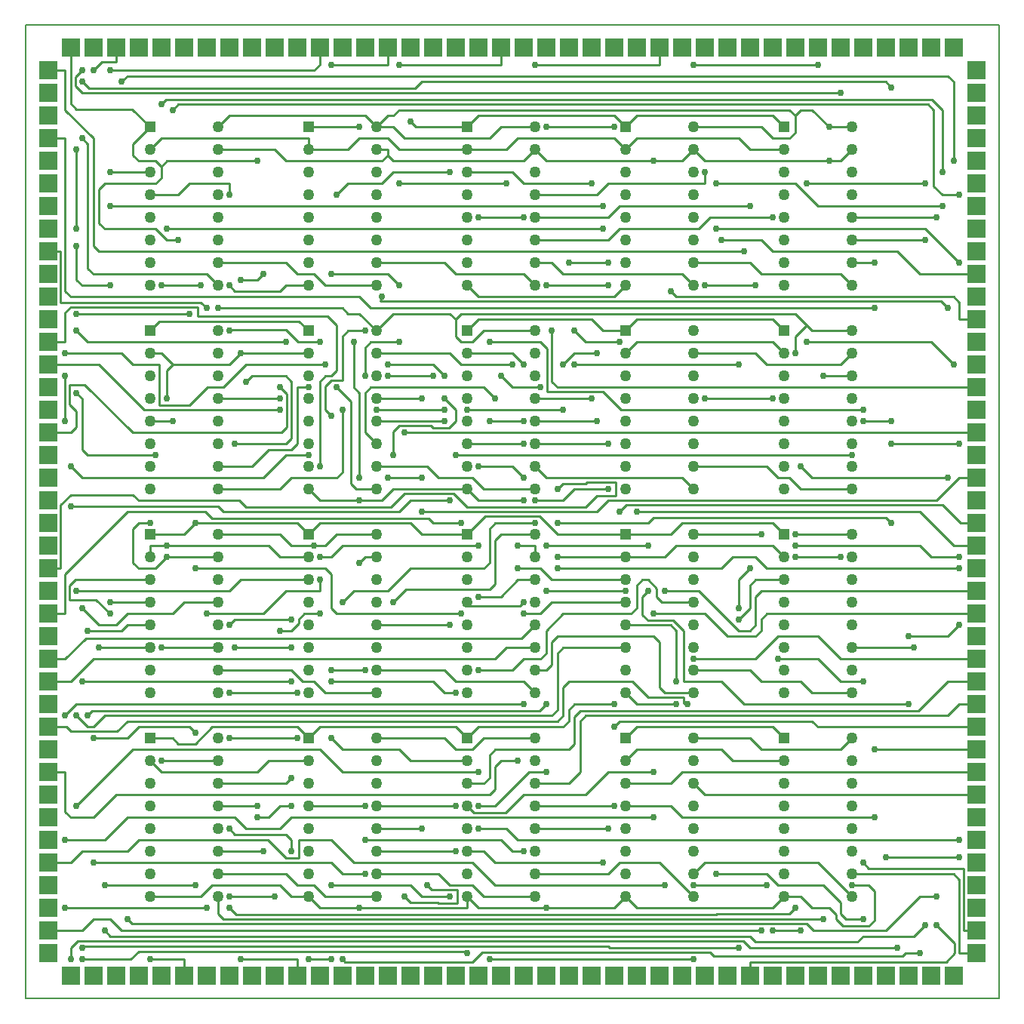
<source format=gbr>
G04 PROTEUS GERBER X2 FILE*
%TF.GenerationSoftware,Labcenter,Proteus,8.13-SP0-Build31525*%
%TF.CreationDate,2022-07-18T17:11:33+00:00*%
%TF.FileFunction,Copper,L1,Top*%
%TF.FilePolarity,Positive*%
%TF.Part,Single*%
%TF.SameCoordinates,{576ea621-ad59-411c-95cb-525281b3a317}*%
%FSLAX45Y45*%
%MOMM*%
G01*
%TA.AperFunction,Conductor*%
%ADD10C,0.254000*%
%TA.AperFunction,ViaPad*%
%ADD11C,0.762000*%
%TA.AperFunction,ComponentPad*%
%ADD12R,2.032000X2.032000*%
%TA.AperFunction,ComponentPad*%
%ADD13R,1.270000X1.270000*%
%ADD14C,1.270000*%
%TA.AperFunction,Profile*%
%ADD15C,0.203200*%
%TD.AperFunction*%
D10*
X-1968500Y+3302000D02*
X-1841500Y+3429000D01*
X-1460500Y+3429000D01*
X-1333500Y+3556000D01*
X-698500Y+3556000D01*
X-1270000Y+4762500D02*
X-127000Y+4762500D01*
X-127000Y+4953000D01*
X-3175000Y+3302000D02*
X-3175000Y+3429000D01*
X-3619500Y+3429000D01*
X-3746500Y+3302000D01*
X-4064000Y+3302000D01*
X-4508500Y+4699000D02*
X-2222500Y+4699000D01*
X-2159000Y+4762500D01*
X-2159000Y+4953000D01*
X-4508500Y+3556000D02*
X-4064000Y+3556000D01*
X-2032000Y+4762500D02*
X-1397000Y+4762500D01*
X-1397000Y+4953000D01*
X+4508500Y-1778000D02*
X+3810000Y-1778000D01*
X-3175000Y-4699000D02*
X-3098800Y-4775200D01*
X+2286000Y-4775200D01*
X+2298700Y-4762500D01*
X+3111500Y-4762500D01*
X+3175000Y-4699000D01*
X-5016500Y-4699000D02*
X-3429000Y-4699000D01*
X+2794000Y-4953000D02*
X-4381500Y-4953000D01*
X-4508500Y-4826000D01*
X-4699000Y-4826000D01*
X-4826000Y-4953000D01*
X-5207000Y-4953000D01*
X+2540000Y-1460500D02*
X+2667000Y-1333500D01*
X+2667000Y-1079500D01*
X+2730500Y-1016000D01*
X+3048000Y-1016000D01*
X-4826000Y-5143500D02*
X-4806950Y-5124450D01*
X+1079500Y-5124450D01*
X+1098550Y-5143500D01*
X+2540000Y-5143500D01*
X+2667000Y+3175000D02*
X+1206500Y+3175000D01*
X+1079500Y+3048000D01*
X+254000Y+3048000D01*
X+2921000Y+3048000D02*
X+2222500Y+3048000D01*
X+2095500Y+2921000D01*
X+1206500Y+2921000D01*
X+1079500Y+2794000D01*
X+254000Y+2794000D01*
X-1270000Y+3429000D02*
X-63500Y+3429000D01*
X-381000Y+3048000D02*
X+127000Y+3048000D01*
X+254000Y+4762500D02*
X+1651000Y+4762500D01*
X+1651000Y+4953000D01*
X+889000Y+3429000D02*
X+127000Y+3429000D01*
X+0Y+3556000D01*
X-508000Y+3556000D01*
X+381000Y+4064000D02*
X+1143000Y+4064000D01*
X+2159000Y+3556000D02*
X+2159000Y+3429000D01*
X+1079500Y+3429000D01*
X+952500Y+3302000D01*
X+254000Y+3302000D01*
X-4953000Y-5270500D02*
X-4953000Y-5143500D01*
X-4876800Y-5067300D01*
X+2590800Y-5067300D01*
X+2667000Y-5143500D01*
X+4318000Y-5143500D01*
X-3048000Y-5270500D02*
X-2413000Y-5270500D01*
X-2413000Y-5461000D01*
X-3175000Y-3810000D02*
X-3111500Y-3873500D01*
X-2540000Y-3873500D01*
X-2476500Y-3937000D01*
X-2476500Y-4064000D01*
X-2476500Y-1778000D02*
X-3111500Y-1778000D01*
X-3175000Y-1524000D02*
X-3111500Y-1460500D01*
X-2476500Y-1460500D01*
X-2603500Y-1587500D02*
X-2476500Y-1587500D01*
X-2393950Y-1504950D01*
X-2393950Y-1460500D01*
X-2330450Y-1397000D01*
X-2159000Y-1397000D01*
X-2032000Y-5270500D02*
X-2286000Y-5270500D01*
X-1651000Y+1270000D02*
X-1651000Y+1587500D01*
X-1587500Y+1651000D01*
X-1270000Y+1651000D01*
X+1016000Y+3175000D02*
X-4508500Y+3175000D01*
X+3429000Y+4762500D02*
X+2032000Y+4762500D01*
X+4762500Y+3048000D02*
X+3810000Y+3048000D01*
X-4318000Y-4826000D02*
X-4267200Y-4876800D01*
X+3302000Y-4876800D01*
X+3378200Y-4953000D01*
X+4199145Y-4953000D01*
X+4580145Y-4572000D01*
X+4762500Y-4572000D01*
X+4635500Y+2794000D02*
X+3810000Y+2794000D01*
X-4572000Y-4953000D02*
X-4508500Y-5016500D01*
X+2667000Y-5016500D01*
X+2730500Y-5080000D01*
X+3873500Y-5080000D01*
X+3937000Y-5016500D01*
X+4508500Y-5016500D01*
X+4635500Y-4889500D01*
X-4064000Y-5270500D02*
X-3683000Y-5270500D01*
X-3683000Y-5461000D01*
X-3810000Y+762000D02*
X-4064000Y+762000D01*
X-2603500Y+1016000D02*
X-3302000Y+1016000D01*
X-952500Y-4445000D02*
X-901700Y-4495800D01*
X-615950Y-4495800D01*
X-615950Y-4648200D01*
X-825500Y-4648200D01*
X-838200Y-4635500D01*
X-1143000Y-4635500D01*
X-1206500Y-4572000D01*
X-1397000Y+1270000D02*
X-889000Y+1270000D01*
X-1016000Y+1016000D02*
X-1524000Y+1016000D01*
X-762000Y+762000D02*
X-1524000Y+762000D01*
X-190500Y+1016000D02*
X-317500Y+1143000D01*
X-1587500Y+1143000D01*
X-1651000Y+1079500D01*
X-1651000Y+635000D01*
X-1524000Y+508000D01*
X+127000Y+508000D02*
X-508000Y+508000D01*
X-254000Y+762000D02*
X+127000Y+762000D01*
X-508000Y+889000D02*
X+571500Y+889000D01*
X-127000Y+1270000D02*
X+0Y+1143000D01*
X+317500Y+1143000D01*
X+3238500Y-4953000D02*
X+2921000Y-4953000D01*
X+3937000Y-4826000D02*
X+3746500Y-4826000D01*
X+3683000Y-4762500D01*
X+3683000Y-4635500D01*
X+3492500Y-4445000D01*
X+2984500Y-4445000D01*
X+2857500Y-4318000D01*
X+2286000Y-4318000D01*
X+3238500Y+254000D02*
X+3365500Y+127000D01*
X+4889500Y+127000D01*
X+4191000Y-4127500D02*
X+5016500Y-4127500D01*
X+889000Y+1016000D02*
X+254000Y+1016000D01*
X+952500Y+762000D02*
X+254000Y+762000D01*
X+1079500Y+508000D02*
X+254000Y+508000D01*
X+4762500Y-4889500D02*
X+4965700Y-5092700D01*
X+4965700Y-5207000D01*
X+4868334Y-5304366D01*
X+2667000Y-5304366D01*
X+2667000Y-5461000D01*
X+3302000Y+3429000D02*
X+4635500Y+3429000D01*
X+2159000Y+2286000D02*
X+2730500Y+2286000D01*
X+2540000Y-1333500D02*
X+2540000Y-1016000D01*
X+2667000Y-889000D01*
X+2159000Y+1016000D02*
X+2921000Y+1016000D01*
X+381000Y-635000D02*
X+1524000Y-635000D01*
X-1651000Y-3937000D02*
X-127000Y-3937000D01*
X+0Y-4064000D01*
X+127000Y-4064000D01*
X-4699000Y-4191000D02*
X-2032000Y-4191000D01*
X-1905000Y-4318000D01*
X-1651000Y-4318000D01*
X+63500Y-3048000D02*
X-127000Y-3048000D01*
X-190500Y-3111500D01*
X-190500Y-3365500D01*
X-254000Y-3429000D01*
X-4445000Y-3429000D01*
X-4699000Y-3683000D01*
X-4953000Y-3683000D01*
X-5016500Y-3619500D01*
X-5016500Y-3175000D01*
X-5207000Y-3175000D01*
X+63500Y-889000D02*
X+317500Y-889000D01*
X+444500Y-1016000D01*
X+1270000Y-1016000D01*
X-508000Y-5207000D02*
X-530225Y-5184775D01*
X-4191000Y-5184775D01*
X-4276725Y-5270500D01*
X-4826000Y-5270500D01*
X+2032000Y-5270500D02*
X-254000Y-5270500D01*
X+2857500Y-4445000D02*
X+2032000Y-4445000D01*
X+1714500Y-4445000D02*
X-190500Y-4445000D01*
X-444500Y-4191000D01*
X-1778000Y-4191000D01*
X-2032000Y-3937000D01*
X-2393950Y-3937000D01*
X-2393950Y-4140200D01*
X-2540000Y-4140200D01*
X-2743200Y-3937000D01*
X-4191000Y-3937000D01*
X-4318000Y-4064000D01*
X-4826000Y-4064000D01*
X-4953000Y-4191000D01*
X-5207000Y-4191000D01*
X-5016500Y-3937000D02*
X-4572000Y-3937000D01*
X-4318000Y-3683000D01*
X-3111500Y-3683000D01*
X-2984500Y-3810000D01*
X-2603500Y-3810000D01*
X-2476500Y-3683000D01*
X+1587500Y-3683000D01*
X-381000Y-2032000D02*
X+0Y-2032000D01*
X+127000Y-1905000D01*
X+317500Y-1905000D01*
X+381000Y-1841500D01*
X+381000Y-1587500D01*
X+571500Y-1397000D01*
X+1333500Y-1397000D01*
X+1397000Y-1333500D01*
X+1397000Y-1079500D01*
X+1460500Y-1016000D01*
X+1524000Y-1016000D01*
X+1619250Y-1111250D01*
X+1619250Y-1206500D01*
X+1682750Y-1270000D01*
X+2032000Y-1270000D01*
X-4889500Y-3556000D02*
X-4254500Y-2921000D01*
X-2159000Y-2921000D01*
X-1905000Y-3175000D01*
X-381000Y-3175000D01*
X+127000Y-1397000D02*
X+317500Y-1397000D01*
X+444500Y-1270000D01*
X+1270000Y-1270000D01*
X-5016500Y-2540000D02*
X-4889500Y-2413000D01*
X+127000Y-2413000D01*
X+3937000Y-4191000D02*
X+4000500Y-4254500D01*
X+5067300Y-4254500D01*
X+5067300Y-4953000D01*
X+5207000Y-4953000D01*
X+63500Y-4699000D02*
X+381000Y-4699000D01*
X-1397000Y+3746500D02*
X-1460500Y+3683000D01*
X-2540000Y+3683000D01*
X-2667001Y+3810001D01*
X-3302000Y+3810000D01*
X-3302000Y+3810001D01*
X+1270000Y-4572000D02*
X+1397000Y-4699000D01*
X+2921000Y-4699000D01*
X+3048000Y-4572000D01*
X+254000Y+3810000D02*
X+126999Y+3683000D01*
X-1333500Y+3683000D01*
X-1397000Y+3746500D01*
X-1524000Y+1524001D02*
X-1524000Y+1524000D01*
X-698500Y+1524001D01*
X-571499Y+1397000D01*
X+0Y+1397000D01*
X+254000Y+3810001D02*
X+254000Y+3810000D01*
X+381001Y+3683000D01*
X+1587500Y+3683000D01*
X-508000Y+0D02*
X-1333500Y+0D01*
X-1460500Y-127000D01*
X-1714500Y-127000D01*
X-2286000Y-4572000D02*
X-2159000Y-4699000D01*
X-1714500Y-4699000D01*
X-3175000Y+1778000D02*
X-3162300Y+1790700D01*
X-2540000Y+1790700D01*
X-2400300Y+1651000D01*
X-2159000Y+1651000D01*
X-1714500Y-127000D02*
X-2159000Y-127000D01*
X-2286000Y+0D01*
X-1714500Y-825500D02*
X-1650999Y-761999D01*
X-1524000Y-762000D01*
X-1524000Y-761999D01*
X+3556000Y+3683000D02*
X+3682999Y+3683000D01*
X+3810000Y+3810000D01*
X+3810000Y+3810001D01*
X+2984500Y-1905000D02*
X+3429000Y-1905000D01*
X+3683000Y-2159000D01*
X+3937000Y-2159000D01*
X-1397000Y+3746500D02*
X-1397000Y+3810001D01*
X-1524000Y+3810000D01*
X-1524000Y+3810001D01*
X-4064000Y-4572000D02*
X-3492500Y-4572000D01*
X-3365500Y-4445000D01*
X-2603500Y-4445000D01*
X-2476500Y-4572000D01*
X-2286000Y-4572000D01*
X+3810000Y+1524001D02*
X+3810000Y+1524000D01*
X+3682999Y+1397000D01*
X+2857500Y+1397000D01*
X+2730499Y+1524001D01*
X+2032000Y+1524000D01*
X+2032000Y+1524001D01*
X-508000Y+2286000D02*
X-381000Y+2159000D01*
X+1143000Y+2159000D01*
X+1270000Y+2286000D01*
X-1524000Y-4699000D02*
X-1714500Y-4699000D01*
X+2032000Y+3810000D02*
X+2159001Y+3683000D01*
X+3556000Y+3683000D01*
X+3683000Y-762000D02*
X+3175000Y-762000D01*
X-3302000Y-3047999D02*
X-3302000Y-3048000D01*
X-3556000Y-3047999D01*
X-3556001Y-3048000D01*
X-3937000Y-3048000D01*
X+1270000Y-4572000D02*
X+1143000Y-4699000D01*
X+381000Y-4699000D01*
X-3873500Y-762000D02*
X-3873499Y-761999D01*
X-3302000Y-762000D01*
X-3302000Y-761999D01*
X-508000Y-4572000D02*
X-508000Y-4699000D01*
X-1524000Y-4699000D01*
X-3175000Y-2794000D02*
X-2413000Y-2794000D01*
X-508000Y-4572000D02*
X-381000Y-4699000D01*
X+63500Y-4699000D01*
X-3937000Y+2286000D02*
X-3492500Y+2286000D01*
X+2032000Y+3810001D02*
X+2032000Y+3810000D01*
X+1904999Y+3683000D01*
X+1587500Y+3683000D01*
X+254000Y-127000D02*
X+571500Y-127000D01*
X+698500Y+0D01*
X+1079500Y+0D01*
X-508000Y+0D02*
X-381000Y-127000D01*
X+127000Y-127000D01*
X-2286000Y+2286000D02*
X-2540000Y+2286000D01*
X-2603500Y+2222500D01*
X-3111500Y+2222500D01*
X-3175000Y+2286000D01*
X+1841500Y-2413000D02*
X+1397000Y-2413000D01*
X+1270000Y-2286000D01*
X-3873500Y-762000D02*
X-4000500Y-889000D01*
X-4191000Y-889000D01*
X-4254500Y-825500D01*
X-4254500Y-444500D01*
X-4191000Y-381000D01*
X-4064000Y-381000D01*
X+63500Y-635000D02*
X+254000Y-635000D01*
X+254000Y-762000D01*
X+254000Y-761999D01*
X+3048000Y-4572000D02*
X+3238500Y-4572000D01*
X+3365500Y-4699000D01*
X+3556000Y-4699000D01*
X+3632200Y-4775200D01*
X+3632200Y-4826000D01*
X+3708400Y-4902200D01*
X+4000500Y-4902200D01*
X+4064000Y-4838700D01*
X+4064000Y-4508500D01*
X+4000500Y-4445000D01*
X+3810000Y-4445000D01*
X+254000Y-1778000D02*
X-63500Y-1778000D01*
X-190500Y-1905000D01*
X-4699000Y-1905000D01*
X-4953000Y-2159000D01*
X-5207000Y-2159000D01*
X-4889500Y-2540000D02*
X-4762500Y-2667000D01*
X-4699000Y-2667000D01*
X-4572000Y-2540000D01*
X+444500Y-2540000D01*
X+508000Y-2476500D01*
X+508000Y-1841500D01*
X+571500Y-1778000D01*
X+1270000Y-1778000D01*
X+1841500Y-2159000D02*
X+1841500Y-1587500D01*
X+1778000Y-1524000D01*
X+1270000Y-1524000D01*
X+1968500Y-2413000D02*
X+1955799Y-2400299D01*
X+1924050Y-2400299D01*
X+1924050Y-2336800D01*
X+1524000Y-2336800D01*
X+1346200Y-2159000D01*
X+635000Y-2159000D01*
X+571500Y-2222500D01*
X+571500Y-2540000D01*
X+508000Y-2603500D01*
X-4318000Y-2603500D01*
X-4432300Y-2717800D01*
X-4953000Y-2717800D01*
X-5003800Y-2667000D01*
X-5207000Y-2667000D01*
X+1270000Y+3810000D02*
X+1397000Y+3937000D01*
X+2540000Y+3937000D01*
X+2667000Y+3810000D01*
X+3048000Y+3810000D01*
X-2286000Y+3810000D02*
X-1841500Y+3810000D01*
X-1714500Y+3937000D01*
X-1397000Y+3937000D01*
X-1270000Y+3810000D01*
X-508000Y+3810000D01*
X-4064000Y+3810000D02*
X-3937000Y+3937000D01*
X-2286000Y+3937000D01*
X-508000Y+3810000D02*
X-63500Y+3810000D01*
X+63500Y+3937000D01*
X+1143000Y+3937000D01*
X+1270000Y+3810000D01*
X-3873500Y-635000D02*
X-2730500Y-635000D01*
X-2603500Y-762000D01*
X-2286000Y-762000D01*
X-3048000Y+1524000D02*
X-3175000Y+1397000D01*
X-3810000Y+1397000D01*
X+127000Y+1397000D02*
X+0Y+1524000D01*
X-508000Y+1524000D01*
X-3810000Y+1397000D02*
X-3937000Y+1524000D01*
X-4064000Y+1524000D01*
X-3873500Y-635000D02*
X-4064000Y-635000D01*
X-4064000Y-762000D01*
X+1270000Y-762000D02*
X+1714500Y-762000D01*
X+1841500Y-635000D01*
X+2921000Y-635000D01*
X+3048000Y-762000D01*
X-2286000Y-3048000D02*
X-2730500Y-3048000D01*
X-2857500Y-3175000D01*
X-3937000Y-3175000D01*
X-4064000Y-3048000D01*
X+3048000Y-3048000D02*
X+2476500Y-3048000D01*
X+2349500Y-2921000D01*
X+1397000Y-2921000D01*
X+1270000Y-3048000D01*
X-3048000Y+1524000D02*
X-2286000Y+1524000D01*
X+952500Y+1524000D02*
X+698500Y+1524000D01*
X+571500Y+1397000D01*
X+127000Y+127000D02*
X+0Y+254000D01*
X-381000Y+254000D01*
X-3810000Y+1397000D02*
X-3873500Y+1333500D01*
X-3873500Y+1016000D01*
X-2286000Y+3810000D02*
X-2286000Y+3937000D01*
X-2032000Y+2413000D02*
X-1397000Y+2413000D01*
X-1270000Y+2286000D01*
X-3048000Y+2349500D02*
X-2857500Y+2349500D01*
X-2794000Y+2413000D01*
X+1270000Y-762000D02*
X+508000Y-762000D01*
X-508000Y-3048000D02*
X-1143000Y-3048000D01*
X-1270000Y-2921000D01*
X-1905000Y-2921000D01*
X-2032000Y-2794000D01*
X+1524000Y+1651000D02*
X+2159000Y+1651000D01*
X+2857500Y+1651000D02*
X+2159000Y+1651000D01*
X+1270000Y+1524000D02*
X+1397000Y+1651000D01*
X+1524000Y+1651000D01*
X+2857500Y+1651000D02*
X+2921000Y+1651000D01*
X+3048000Y+1524000D01*
X-4699000Y+4699000D02*
X-4603750Y+4794250D01*
X-4445000Y+4794250D01*
X-4445000Y+4953000D01*
X-4826000Y+3937000D02*
X-4762500Y+3873500D01*
X-4762500Y+2476500D01*
X-4699000Y+2413000D01*
X-3429000Y+2413000D01*
X-3302000Y+2286000D01*
X-4064000Y+4064000D02*
X-4265766Y+4265766D01*
X-4889500Y+4265766D01*
X-4953000Y+4329266D01*
X-4953000Y+4953000D01*
X-508000Y-2794000D02*
X-381000Y-2667000D01*
X+571500Y-2667000D01*
X+635000Y-2603500D01*
X+635000Y-2476500D01*
X+698500Y-2413000D01*
X+1143000Y-2413000D01*
X+1270000Y+4064000D02*
X+1397000Y+4191000D01*
X+2921000Y+4191000D01*
X+3048000Y+4064000D01*
X-2286000Y-508000D02*
X-2159000Y-381000D01*
X-1143000Y-381000D01*
X-1016000Y-508000D01*
X-508000Y-508000D01*
X-2286000Y-2794000D02*
X-2413000Y-2667000D01*
X-3365500Y-2667000D01*
X-3556000Y-2857500D01*
X-3746500Y-2857500D01*
X-3810000Y-2794000D01*
X-4064000Y-2794000D01*
X-508000Y+4064000D02*
X-381000Y+4191000D01*
X+1143000Y+4191000D01*
X+1270000Y+4064000D01*
X-3556000Y-381000D02*
X-3683000Y-508000D01*
X-4064000Y-508000D01*
X-4064000Y+4064000D02*
X-4254500Y+3873500D01*
X-4254500Y+3746500D01*
X-4191000Y+3683000D01*
X-4000500Y+3683000D01*
X-3937000Y+3619500D01*
X+1270000Y-508000D02*
X+1778000Y-508000D01*
X+1905000Y-381000D01*
X+2921000Y-381000D01*
X+3048000Y-508000D01*
X-508000Y-2794000D02*
X-635000Y-2667000D01*
X-2159000Y-2667000D01*
X-2286000Y-2794000D01*
X+3048000Y+1778000D02*
X+2921000Y+1905000D01*
X+1397000Y+1905000D01*
X+1270000Y+1778000D01*
X-4064000Y+1778000D02*
X-3956050Y+1885950D01*
X-2393950Y+1885950D01*
X-2286000Y+1778000D01*
X+1270000Y-508000D02*
X+508000Y-508000D01*
X+304800Y-304800D01*
X-304800Y-304800D01*
X-508000Y-508000D01*
X+1270000Y+1778000D02*
X+1016000Y+1778000D01*
X+889000Y+1905000D01*
X-381000Y+1905000D01*
X-508000Y+1778000D01*
X+1270000Y-2794000D02*
X+1397000Y-2667000D01*
X+2921000Y-2667000D01*
X+3048000Y-2794000D01*
X-2286000Y-508000D02*
X-2413000Y-381000D01*
X-3556000Y-381000D01*
X-508000Y+4064000D02*
X-1079500Y+4064000D01*
X-1143000Y+4127500D01*
X-2286000Y+4064000D02*
X-1714500Y+4064000D01*
X-3937000Y+3619500D02*
X-3937000Y+3492500D01*
X-4000500Y+3429000D01*
X-4572000Y+3429000D01*
X-4635500Y+3365500D01*
X-4635500Y+2984500D01*
X-4572000Y+2921000D01*
X-4000500Y+2921000D01*
X-3873500Y+2794000D01*
X-3746500Y+2794000D01*
X-3937000Y+3619500D02*
X-3873500Y+3683000D01*
X-2857500Y+3683000D01*
X-3302000Y+2540000D02*
X-2540000Y+2540000D01*
X-2413000Y+2413000D01*
X-2222500Y+2413000D01*
X-2095500Y+2286000D01*
X-1524000Y+2286000D01*
X-2159000Y-1016000D02*
X-2159000Y-1143000D01*
X-2540000Y-1143000D01*
X-2794000Y-1397000D01*
X-3429000Y-1397000D01*
X-381000Y-635000D02*
X-1905000Y-635000D01*
X-2032000Y-762000D01*
X-2159000Y-762000D01*
X+3810000Y+381000D02*
X-635000Y+381000D01*
X-3302000Y-2032000D02*
X-2476500Y-2032000D01*
X-2349500Y-2159000D01*
X-2222500Y-2159000D01*
X-2095500Y-2286000D01*
X-1524000Y-2286000D01*
X+254000Y-2286000D02*
X+127000Y-2159000D01*
X-635000Y-2159000D01*
X-762000Y-2032000D01*
X-1524000Y-2032000D01*
X+2032000Y-2286000D02*
X+1714500Y-2286000D01*
X+1651000Y-2222500D01*
X+1651000Y-1714500D01*
X+1587500Y-1651000D01*
X+508000Y-1651000D01*
X+444500Y-1714500D01*
X+444500Y-1968500D01*
X+381000Y-2032000D01*
X+254000Y-2032000D01*
X+3810000Y-2286000D02*
X+3365500Y-2286000D01*
X+3238500Y-2159000D01*
X+2794000Y-2159000D01*
X+2667000Y-2032000D01*
X+2032000Y-2032000D01*
X+3492500Y-4826000D02*
X-3238500Y-4826000D01*
X-3302000Y-4762500D01*
X-3302000Y-4572000D01*
X-1524000Y-4572000D02*
X-2095500Y-4572000D01*
X-2222500Y-4445000D01*
X-2413000Y-4445000D01*
X-2540000Y-4318000D01*
X-3302000Y-4318000D01*
X-1524000Y-4318000D02*
X-825500Y-4318000D01*
X-698500Y-4445000D01*
X-444500Y-4445000D01*
X-317500Y-4572000D01*
X+254000Y-4572000D01*
X+2032000Y-4572000D02*
X+1651000Y-4191000D01*
X+1206500Y-4191000D01*
X+1079500Y-4318000D01*
X+254000Y-4318000D01*
X+2032000Y-4318000D02*
X+2159000Y-4191000D01*
X+3429000Y-4191000D01*
X+3810000Y-4572000D01*
X-1524000Y+2540000D02*
X-762000Y+2540000D01*
X-635000Y+2413000D01*
X+127000Y+2413000D01*
X+254000Y+2286000D01*
X+2032000Y+2286000D02*
X+1905000Y+2413000D01*
X+571500Y+2413000D01*
X+444500Y+2540000D01*
X+254000Y+2540000D01*
X+2032000Y+2540000D02*
X+2667000Y+2540000D01*
X+2794000Y+2413000D01*
X+3683000Y+2413000D01*
X+3810000Y+2286000D01*
X+4064000Y+2540000D02*
X+3810000Y+2540000D01*
X-254000Y+1651000D02*
X+317500Y+1651000D01*
X+393700Y+1574800D01*
X+393700Y+1092200D01*
X+1016000Y+1092200D01*
X+1219200Y+889000D01*
X+3937000Y+889000D01*
X-1524000Y+889000D02*
X-762000Y+889000D01*
X-1905000Y+889000D02*
X-1905000Y+190500D01*
X-1968500Y+127000D01*
X-2476500Y+127000D01*
X-2603500Y+0D01*
X-3302000Y+0D01*
X-2286000Y+1143000D02*
X-2413000Y+1143000D01*
X-2413000Y+508000D01*
X-2476500Y+444500D01*
X-2730500Y+444500D01*
X-2921000Y+254000D01*
X-3302000Y+254000D01*
X-1968500Y+1143000D02*
X-1809750Y+984250D01*
X-1809750Y+63500D01*
X-1746250Y+0D01*
X-1524000Y+0D01*
X-1524000Y+254000D02*
X-952500Y+254000D01*
X-825500Y+127000D01*
X-444500Y+127000D01*
X-317500Y+0D01*
X+254000Y+0D01*
X+254000Y+254000D02*
X+381000Y+127000D01*
X+1905000Y+127000D01*
X+2032000Y+0D01*
X+3810000Y+0D02*
X+3238500Y+0D01*
X+3111500Y+127000D01*
X+2984500Y+127000D01*
X+2857500Y+254000D01*
X+2032000Y+254000D01*
X-4889500Y-1143000D02*
X-3175000Y-1143000D01*
X-3048000Y-1016000D01*
X-2286000Y-1016000D01*
X-2603500Y+1143000D02*
X-2527300Y+1066800D01*
X-2527300Y+698500D01*
X-2590800Y+635000D01*
X-4254500Y+635000D01*
X-4794250Y+1174750D01*
X-4965700Y+1174750D01*
X-4965700Y+952500D01*
X-4889500Y+876300D01*
X-4889500Y+698500D01*
X-4953000Y+635000D01*
X-5207000Y+635000D01*
X-762000Y+1016000D02*
X-635000Y+889000D01*
X-635000Y+762000D01*
X-711200Y+685800D01*
X-889000Y+685800D01*
X-914400Y+711200D01*
X-1270000Y+711200D01*
X-1333500Y+647700D01*
X-1333500Y+381000D01*
X-1397000Y+1397000D02*
X-889000Y+1397000D01*
X-762000Y+1270000D01*
X-5016500Y+1524000D02*
X-4381500Y+1524000D01*
X-4254500Y+1397000D01*
X-3956050Y+1397000D01*
X-3956050Y+939800D01*
X-3619500Y+939800D01*
X-3416300Y+1143000D01*
X-3238500Y+1143000D01*
X-2984500Y+1397000D01*
X-2095500Y+1397000D01*
X-5016500Y+762000D02*
X-5016500Y+1270000D01*
X-1206500Y+635000D02*
X+5207000Y+635000D01*
X+254000Y-381000D02*
X-190500Y-381000D01*
X-254000Y-444500D01*
X-254000Y-825500D01*
X-317500Y-889000D01*
X-1143000Y-889000D01*
X-1397000Y-1143000D01*
X-1778000Y-1143000D01*
X-1905000Y-1270000D01*
X+4254500Y-381000D02*
X+4191000Y-317500D01*
X+1587500Y-317500D01*
X+1524000Y-381000D01*
X+508000Y-381000D01*
X+5016500Y+508000D02*
X+4254500Y+508000D01*
X-1651000Y-3556000D02*
X-2286000Y-3556000D01*
X-1651000Y+1778000D02*
X-1841500Y+1778000D01*
X-1905000Y+1714500D01*
X-1905000Y+1219200D01*
X-2032000Y+1219200D01*
X-2095500Y+1155700D01*
X-2095500Y+889000D01*
X-2032000Y+825500D01*
X+444500Y+1778000D02*
X+444500Y+1206500D01*
X+508000Y+1143000D01*
X+5207000Y+1143000D01*
X-698500Y-1524000D02*
X-1524000Y-1524000D01*
X-4953000Y-190500D02*
X-3302000Y-190500D01*
X-3238500Y-254000D01*
X-1270000Y-254000D01*
X-1143000Y-127000D01*
X-698500Y-127000D01*
X-2286000Y+381000D02*
X-2540000Y+381000D01*
X-2794000Y+127000D01*
X-4826000Y+127000D01*
X-4953000Y+254000D01*
X-1651000Y-2032000D02*
X-2032000Y-2032000D01*
X-3556000Y-4445000D02*
X-4572000Y-4445000D01*
X-2667000Y-4572000D02*
X-3175000Y-4572000D01*
X-698500Y-4572000D02*
X-1016000Y-4572000D01*
X-1143000Y-4445000D01*
X-2032000Y-4445000D01*
X-2476500Y-2159000D02*
X-4826000Y-2159000D01*
X-635000Y-2286000D02*
X-762000Y-2286000D01*
X-889000Y-2159000D01*
X-2032000Y-2159000D01*
X+127000Y-1270000D02*
X+92074Y-1304926D01*
X-473074Y-1304926D01*
X-508000Y-1270000D01*
X+508000Y+0D02*
X+571500Y+63500D01*
X+825500Y+63500D01*
X+838200Y+76200D01*
X+1162050Y+76200D01*
X+1162050Y-76200D01*
X+952500Y-76200D01*
X+825500Y-203200D01*
X-508000Y-203200D01*
X-660400Y-50800D01*
X-1206500Y-50800D01*
X-1358900Y-203200D01*
X-2984500Y-203200D01*
X-3060700Y-127000D01*
X-4191000Y-127000D01*
X-4254500Y-63500D01*
X-4953000Y-63500D01*
X-5067300Y-177800D01*
X-5067300Y-889000D01*
X-5207000Y-889000D01*
X-3556000Y-2730500D02*
X-3619500Y-2667000D01*
X-4191000Y-2667000D01*
X-4318000Y-2794000D01*
X-4699000Y-2794000D01*
X-571500Y-1397000D02*
X-1968500Y-1397000D01*
X-2032000Y-1333500D01*
X-2032000Y-952500D01*
X-2095500Y-889000D01*
X-3556000Y-889000D01*
X-381000Y-1206500D02*
X-127000Y-1206500D01*
X+63501Y-1015999D01*
X+254000Y-1016000D01*
X+254000Y-1015999D01*
X-571500Y-381000D02*
X-889000Y-381000D01*
X-939800Y-330200D01*
X-3365500Y-330200D01*
X-3441700Y-254000D01*
X-4318000Y-254000D01*
X-5016500Y-952500D01*
X-5016500Y-1397000D01*
X-5207000Y-1397000D01*
X-4762500Y-2540000D02*
X-4711700Y-2489200D01*
X+304800Y-2489200D01*
X+381000Y-2413000D01*
X+254000Y-1524000D02*
X+107950Y-1670050D01*
X-4781550Y-1670050D01*
X-5016500Y-1905000D01*
X-5207000Y-1905000D01*
X-1778000Y+1651000D02*
X-1778000Y+1143000D01*
X-1714500Y+1079500D01*
X-1714500Y+127000D01*
X+1206500Y+1651000D02*
X+825500Y+1651000D01*
X+698500Y+1778000D01*
X+4953000Y+1397000D02*
X+4699000Y+1651000D01*
X+3302000Y+1651000D01*
X-1905000Y-5270500D02*
X-1873250Y-5302250D01*
X-444500Y-5302250D01*
X-336550Y-5194300D01*
X+2222500Y-5194300D01*
X+2264833Y-5236633D01*
X+4381500Y-5236633D01*
X+4411133Y-5207000D01*
X+4572000Y-5207000D01*
X-2794000Y-4064000D02*
X-3302000Y-4064000D01*
X+1778000Y+2222500D02*
X+1841500Y+2159000D01*
X+4953000Y+2159000D01*
X+5016500Y+2095500D01*
X+5016500Y+1905000D01*
X+5207000Y+1905000D01*
X+2286000Y+2921000D02*
X+4635500Y+2921000D01*
X+5016500Y+2540000D01*
X+381000Y+2286000D02*
X+1079500Y+2286000D01*
X-4826000Y-1333500D02*
X-4635500Y-1524000D01*
X-4445000Y-1524000D01*
X-4318000Y-1397000D01*
X-3810000Y-1397000D01*
X-3683000Y-1270000D01*
X-3302000Y-1270000D01*
X-3619500Y+1968500D02*
X-4889500Y+1968500D01*
X-3111500Y+508000D02*
X-2540000Y+508000D01*
X-2476500Y+571500D01*
X-2476500Y+1206500D01*
X-2540000Y+1270000D01*
X-2921000Y+1270000D01*
X-2984500Y+1206500D01*
X-3937000Y-1778000D02*
X-3302000Y-1778000D01*
X-4889500Y+1079500D02*
X-4826000Y+1016000D01*
X-4826000Y+444500D01*
X-4762500Y+381000D01*
X-4000500Y+381000D01*
X-2159000Y+254000D02*
X-2159000Y+1206500D01*
X-2095500Y+1270000D01*
X-2032000Y+1270000D01*
X-1968500Y+1333500D01*
X-1968500Y+1841500D01*
X-2073275Y+1946275D01*
X-3524250Y+1946275D01*
X-3524250Y+2044700D01*
X-4953000Y+2044700D01*
X-5016500Y+1981200D01*
X-5016500Y+1651000D01*
X-5207000Y+1651000D01*
X-2603500Y+889000D02*
X-4127500Y+889000D01*
X-4635500Y+1397000D01*
X-5207000Y+1397000D01*
X-4889500Y+1778000D02*
X-4762500Y+1651000D01*
X-2540000Y+1651000D01*
X+4953000Y+3683000D02*
X+4953000Y+4572000D01*
X+4889500Y+4635500D01*
X-4318000Y+4635500D01*
X-4381500Y+4572000D01*
X+4826000Y+3556000D02*
X+4826000Y+4254500D01*
X+4711700Y+4368800D01*
X-3886200Y+4368800D01*
X-3937000Y+4318000D01*
X+5016500Y+3302000D02*
X+4826000Y+3302000D01*
X+4730750Y+3397250D01*
X+4730750Y+4254500D01*
X+4667250Y+4318000D01*
X-3746500Y+4318000D01*
X-3810000Y+4254500D01*
X+1016000Y+2921000D02*
X-3873500Y+2921000D01*
X+4826000Y+3175000D02*
X+3429000Y+3175000D01*
X+3175000Y+3429000D01*
X+2286000Y+3429000D01*
X-2476500Y-3238500D02*
X-2539999Y-3301999D01*
X-3302000Y-3302000D01*
X-3302000Y-3301999D01*
X-2857500Y-3683000D02*
X-2730500Y-3683000D01*
X-2603500Y-3556000D01*
X-2476500Y-3556000D01*
X+4889500Y+2032000D02*
X+4813300Y+2108200D01*
X-1478309Y+2108200D01*
X-1478309Y+2120900D01*
X-1460500Y+2138709D01*
X-1460500Y+2159000D01*
X+2349500Y+2794000D02*
X+2794000Y+2794000D01*
X+2921000Y+2667000D01*
X+4318000Y+2667000D01*
X+4572000Y+2413000D01*
X+5207000Y+2413000D01*
X+635000Y+2540000D02*
X+1079500Y+2540000D01*
X-2857500Y-3556000D02*
X-3302000Y-3556000D01*
X+2603500Y+2667000D02*
X-4635500Y+2667000D01*
X-4699000Y+2730500D01*
X-4699000Y+3937000D01*
X-5016500Y+4254500D01*
X-5016500Y+4699000D01*
X-5207000Y+4699000D01*
X+3492500Y+1270000D02*
X+3810000Y+1270000D01*
X+3809999Y+1270000D01*
X+3810000Y+1270001D01*
X+3683000Y+4445000D02*
X-4826000Y+4445000D01*
X-4902200Y+4521200D01*
X-4902200Y+4622800D01*
X-4826000Y+4699000D01*
X+4254500Y+4508500D02*
X+4191000Y+4572000D01*
X-1016000Y+4572000D01*
X-1092200Y+4495800D01*
X-4749800Y+4495800D01*
X-4826000Y+4572000D01*
X+3937000Y+762000D02*
X+4254500Y+762000D01*
X+4064000Y+2032000D02*
X-1587500Y+2032000D01*
X-1714500Y+2159000D01*
X-4953000Y+2159000D01*
X-5016500Y+2222500D01*
X-5016500Y+3937000D01*
X-5207000Y+3937000D01*
X-4635500Y-1778000D02*
X-4064000Y-1778000D01*
X-4762500Y-1587500D02*
X-4381500Y-1587500D01*
X-4318000Y-1524000D01*
X-4064000Y-1524000D01*
X+2032000Y-3301999D02*
X+2032000Y-3302000D01*
X+2159001Y-3429000D01*
X+5207000Y-3429000D01*
X-635000Y-3556000D02*
X-1524000Y-3556000D01*
X+381000Y-3175000D02*
X+190500Y-3175000D01*
X-190500Y-3556000D01*
X-381000Y-3556000D01*
X+1270000Y-1143000D02*
X+381000Y-1143000D01*
X+4445000Y-2413000D02*
X+2603500Y-2413000D01*
X+2349500Y-2159000D01*
X+1924050Y-2159000D01*
X+1924050Y-1587500D01*
X+1809750Y-1473200D01*
X+1524000Y-1473200D01*
X+1460500Y-1409700D01*
X+1460500Y-1206500D01*
X+1524000Y-1143000D01*
X+5016500Y-1524000D02*
X+4889500Y-1651000D01*
X+4445000Y-1651000D01*
X-1016000Y-254000D02*
X+952500Y-254000D01*
X+1079500Y-127000D01*
X+4762500Y-127000D01*
X+5016500Y+127000D01*
X+5207000Y+127000D01*
X-1016000Y-3810000D02*
X-1524000Y-3810000D01*
X-635000Y-4064000D02*
X-1524000Y-4064000D01*
X+2540000Y+1397000D02*
X+698500Y+1397000D01*
X+5016500Y-762000D02*
X+4699000Y-762000D01*
X+4572000Y-635000D01*
X+3175000Y-635000D01*
X+1016000Y-4191000D02*
X-190500Y-4191000D01*
X-317500Y-4064000D01*
X-508000Y-4064000D01*
X+1206500Y-254000D02*
X+1282700Y-177800D01*
X+4826000Y-177800D01*
X+5029200Y-381000D01*
X+5207000Y-381000D01*
X-381000Y-3810000D02*
X-63500Y-3810000D01*
X+63500Y-3937000D01*
X+5016500Y-3937000D01*
X+1587500Y-3175000D02*
X+1079500Y-3175000D01*
X+825500Y-3429000D01*
X+127000Y-3429000D01*
X-76200Y-3632200D01*
X-431800Y-3632200D01*
X-508000Y-3556000D01*
X+2032000Y-1905000D02*
X+2730500Y-1905000D01*
X+2984500Y-1651000D01*
X+3429000Y-1651000D01*
X+3683000Y-1905000D01*
X+5207000Y-1905000D01*
X+5207000Y-2159000D02*
X+4889500Y-2159000D01*
X+4559300Y-2489200D01*
X+762000Y-2489200D01*
X+698500Y-2552700D01*
X+698500Y-2857500D01*
X+635000Y-2921000D01*
X-190500Y-2921000D01*
X-254000Y-2984500D01*
X-254000Y-3238500D01*
X-317500Y-3302000D01*
X-508000Y-3302000D01*
X+5207000Y-2413000D02*
X+5016500Y-2413000D01*
X+4889500Y-2540000D01*
X+825500Y-2540000D01*
X+762000Y-2603500D01*
X+762000Y-3175000D01*
X+635001Y-3301999D01*
X+254000Y-3302000D01*
X+254000Y-3301999D01*
X+1143000Y-2667000D02*
X+1206500Y-2603500D01*
X+3365500Y-2603500D01*
X+3429000Y-2667000D01*
X+5207000Y-2667000D01*
X+1143000Y-3556000D02*
X+254000Y-3556000D01*
X+1079500Y-3810000D02*
X+254000Y-3810000D01*
X+1397000Y-254000D02*
X+4572000Y-254000D01*
X+4953000Y-635000D01*
X+5207000Y-635000D01*
X+5016500Y-889000D02*
X+2857500Y-889000D01*
X+2730500Y-762000D01*
X+2476500Y-762000D01*
X+2349500Y-889000D01*
X+508000Y-889000D01*
X+1714500Y-1143000D02*
X+2095500Y-1143000D01*
X+2540000Y-1587500D01*
X+2667000Y-1587500D01*
X+2730500Y-1524000D01*
X+2730500Y-1206500D01*
X+2794000Y-1143000D01*
X+5207000Y-1143000D01*
X+1587500Y-1397000D02*
X+2159000Y-1397000D01*
X+2413000Y-1651000D01*
X+2730500Y-1651000D01*
X+2794000Y-1587500D01*
X+2794000Y-1460500D01*
X+2857500Y-1397000D01*
X+5207000Y-1397000D01*
X+4064000Y-3683000D02*
X+1905000Y-3683000D01*
X+1778000Y-3556000D01*
X+1270000Y-3556000D01*
X+4064000Y-2921000D02*
X+5207000Y-2921000D01*
X+5207000Y-3175000D02*
X+1905000Y-3175000D01*
X+1778000Y-3302000D01*
X+1270000Y-3302000D01*
X-4508500Y-1270000D02*
X-4064000Y-1270000D01*
X-4889500Y+2730500D02*
X-4889500Y+2349500D01*
X-4826000Y+2286000D01*
X-4508500Y+2286000D01*
X-4508500Y-1397000D02*
X-4667250Y-1238250D01*
X-4965700Y-1238250D01*
X-4965700Y-1079500D01*
X-4902200Y-1016000D01*
X-4064000Y-1016000D01*
X-4889500Y+2921000D02*
X-4889500Y+3810000D01*
X-3429000Y+2032000D02*
X-3492500Y+2095500D01*
X-5067300Y+2095500D01*
X-5067300Y+2667000D01*
X-5207000Y+2667000D01*
X+3810000Y-4318000D02*
X+4953000Y-4318000D01*
X+5016500Y-4381500D01*
X+5016500Y-5207000D01*
X+5207000Y-5207000D01*
X+3302000Y+1841500D02*
X+3175000Y+1968500D01*
X-571500Y+1968500D01*
X-635000Y+1905000D01*
X-1333500Y+4191000D02*
X-1270000Y+4254500D01*
X+3111500Y+4254500D01*
X+3175000Y+4191000D01*
X-1524000Y+4064000D02*
X-1651000Y+4191000D01*
X-3175000Y+4191000D01*
X-3302000Y+4064000D01*
X-635000Y+1905000D02*
X-635000Y+1714500D01*
X-571500Y+1651000D01*
X-444500Y+1651000D01*
X-317500Y+1778000D01*
X+254000Y+1778000D01*
X-889000Y+1968500D02*
X-698500Y+1968500D01*
X-635000Y+1905000D01*
X-1524000Y+4064000D02*
X-1333500Y+4064000D01*
X-1206500Y+3937000D01*
X-254000Y+3937000D01*
X-127000Y+4064000D01*
X+254000Y+4064000D01*
X-2222500Y-635000D02*
X-2476500Y-635000D01*
X-2603500Y-508000D01*
X-3302000Y-508000D01*
X-1524000Y-508000D02*
X-1968500Y-508000D01*
X-2095500Y-635000D01*
X-2222500Y-635000D01*
X+2032000Y-508000D02*
X+2794000Y-508000D01*
X-1524000Y+1778000D02*
X-1333500Y+1968500D01*
X-889000Y+1968500D01*
X-1524000Y-2794000D02*
X-762000Y-2794000D01*
X-635000Y-2921000D01*
X-444500Y-2921000D01*
X-317500Y-2794000D01*
X+254000Y-2794000D01*
X+2032000Y-2794000D02*
X+2667000Y-2794000D01*
X+2794000Y-2921000D01*
X+3683000Y-2921000D01*
X+3810000Y-2794000D01*
X-1524000Y+1778000D02*
X-1714500Y+1968500D01*
X-1841500Y+1968500D01*
X-2413000Y-2286000D02*
X-3175000Y-2286000D01*
X+3175000Y-508000D02*
X+3810000Y-508000D01*
X+3302000Y+1841500D02*
X+3175000Y+1714500D01*
X+3175000Y+1524000D01*
X+3302000Y+1841500D02*
X+3365500Y+1778000D01*
X+3810000Y+1778000D01*
X-1016000Y+127000D02*
X-1397000Y+127000D01*
X-1841500Y+1968500D02*
X-1905000Y+2032000D01*
X-3302000Y+2032000D01*
X+3556000Y+4064000D02*
X+3810000Y+4064000D01*
X-1524000Y+4064000D02*
X-1397000Y+4191000D01*
X-1333500Y+4191000D01*
X+3175000Y+4191000D02*
X+3175000Y+4000500D01*
X+3111500Y+3937000D01*
X+2921000Y+3937000D01*
X+2794000Y+4064000D01*
X+2032000Y+4064000D01*
X+3556000Y+4064000D02*
X+3365500Y+4254500D01*
X+3238500Y+4254500D01*
X+3175000Y+4191000D01*
X-1333500Y-1270000D02*
X-1187450Y-1123950D01*
X-254000Y-1123950D01*
X-190500Y-1060450D01*
X-190500Y-571500D01*
X-127000Y-508000D01*
X+254000Y-508000D01*
D11*
X-698500Y+3556000D03*
X-1968500Y+3302000D03*
X-1270000Y+4762500D03*
X-3175000Y+3302000D03*
X-4508500Y+4699000D03*
X-4508500Y+3556000D03*
X-2032000Y+4762500D03*
X+4508500Y-1778000D03*
X+3175000Y-4699000D03*
X-3175000Y-4699000D03*
X-3429000Y-4699000D03*
X-5016500Y-4699000D03*
X+2794000Y-4953000D03*
X+2540000Y-1460500D03*
X+2540000Y-5143500D03*
X-4826000Y-5143500D03*
X+2667000Y+3175000D03*
X+2921000Y+3048000D03*
X-63500Y+3429000D03*
X-1270000Y+3429000D03*
X+127000Y+3048000D03*
X-381000Y+3048000D03*
X+254000Y+4762500D03*
X+889000Y+3429000D03*
X+1143000Y+4064000D03*
X+381000Y+4064000D03*
X+2159000Y+3556000D03*
X+4318000Y-5143500D03*
X-4953000Y-5270500D03*
X-3048000Y-5270500D03*
X-2476500Y-4064000D03*
X-3175000Y-3810000D03*
X-3111500Y-1778000D03*
X-2476500Y-1778000D03*
X-2476500Y-1460500D03*
X-3175000Y-1524000D03*
X-2159000Y-1397000D03*
X-2603500Y-1587500D03*
X-2286000Y-5270500D03*
X-2032000Y-5270500D03*
X-1270000Y+1651000D03*
X-1651000Y+1270000D03*
X-4508500Y+3175000D03*
X+1016000Y+3175000D03*
X+2032000Y+4762500D03*
X+3429000Y+4762500D03*
X+4762500Y+3048000D03*
X+4762500Y-4572000D03*
X-4318000Y-4826000D03*
X+4635500Y+2794000D03*
X+4635500Y-4889500D03*
X-4572000Y-4953000D03*
X-4064000Y-5270500D03*
X-3810000Y+762000D03*
X-2603500Y+1016000D03*
X-1206500Y-4572000D03*
X-952500Y-4445000D03*
X-889000Y+1270000D03*
X-1397000Y+1270000D03*
X-1016000Y+1016000D03*
X-762000Y+762000D03*
X-190500Y+1016000D03*
X+127000Y+508000D03*
X+127000Y+762000D03*
X-254000Y+762000D03*
X+571500Y+889000D03*
X-508000Y+889000D03*
X+317500Y+1143000D03*
X-127000Y+1270000D03*
X+2921000Y-4953000D03*
X+3238500Y-4953000D03*
X+2286000Y-4318000D03*
X+3937000Y-4826000D03*
X+4889500Y+127000D03*
X+3238500Y+254000D03*
X+5016500Y-4127500D03*
X+4191000Y-4127500D03*
X+889000Y+1016000D03*
X+952500Y+762000D03*
X+1079500Y+508000D03*
X+4762500Y-4889500D03*
X+4635500Y+3429000D03*
X+3302000Y+3429000D03*
X+2730500Y+2286000D03*
X+2159000Y+2286000D03*
X+2667000Y-889000D03*
X+2540000Y-1333500D03*
X+2921000Y+1016000D03*
X+2159000Y+1016000D03*
X+1524000Y-635000D03*
X+381000Y-635000D03*
X+127000Y-4064000D03*
X-1651000Y-3937000D03*
X-1651000Y-4318000D03*
X-4699000Y-4191000D03*
X+63500Y-3048000D03*
X+63500Y-889000D03*
X-4826000Y-5270500D03*
X-508000Y-5207000D03*
X-254000Y-5270500D03*
X+2032000Y-5270500D03*
X+2032000Y-4445000D03*
X+2857500Y-4445000D03*
X+1714500Y-4445000D03*
X+1587500Y-3683000D03*
X-5016500Y-3937000D03*
X-381000Y-2032000D03*
X-381000Y-3175000D03*
X-4889500Y-3556000D03*
X+127000Y-1397000D03*
X+127000Y-2413000D03*
X-5016500Y-2540000D03*
X+3937000Y-4191000D03*
X+381000Y-4699000D03*
X-2159000Y+1651000D03*
X-3175000Y+1778000D03*
X-1714500Y-825500D03*
X+3937000Y-2159000D03*
X+2984500Y-1905000D03*
X-1714500Y-4699000D03*
X+3175000Y-762000D03*
X+3683000Y-762000D03*
X-2413000Y-2794000D03*
X-3175000Y-2794000D03*
X-3492500Y+2286000D03*
X-3937000Y+2286000D03*
X+1079500Y+0D03*
X-3175000Y+2286000D03*
X+1841500Y-2413000D03*
X-4064000Y-381000D03*
X+63500Y-635000D03*
X+254000Y-127000D03*
X-3873500Y-762000D03*
X-3937000Y-3048000D03*
X+3810000Y-4445000D03*
X+127000Y-127000D03*
X+0Y+1397000D03*
X+3556000Y+3683000D03*
X-1714500Y-127000D03*
X+1587500Y+3683000D03*
X-4889500Y-2540000D03*
X+1841500Y-2159000D03*
X+1968500Y-2413000D03*
X+571500Y+1397000D03*
X+952500Y+1524000D03*
X-381000Y+254000D03*
X-3873500Y+1016000D03*
X-1270000Y+2286000D03*
X-2032000Y+2413000D03*
X-2794000Y+2413000D03*
X-3048000Y+2349500D03*
X+508000Y-762000D03*
X-2032000Y-2794000D03*
X-3873500Y-635000D03*
X+127000Y+127000D03*
X+127000Y+1397000D03*
X-3048000Y+1524000D03*
X-4699000Y+4699000D03*
X-4826000Y+3937000D03*
X+1143000Y-2413000D03*
X-1143000Y+4127500D03*
X-1714500Y+4064000D03*
X-3746500Y+2794000D03*
X-2857500Y+3683000D03*
X-3556000Y-381000D03*
X-3429000Y-1397000D03*
X-2159000Y-1016000D03*
X-2159000Y-762000D03*
X-381000Y-635000D03*
X-635000Y+381000D03*
X+3810000Y+381000D03*
X+3492500Y-4826000D03*
X+4064000Y+2540000D03*
X+3937000Y+889000D03*
X-254000Y+1651000D03*
X-762000Y+889000D03*
X-1524000Y+889000D03*
X-1905000Y+889000D03*
X-2286000Y+1143000D03*
X-1968500Y+1143000D03*
X-4889500Y-1143000D03*
X-2603500Y+1143000D03*
X-1333500Y+381000D03*
X-762000Y+1016000D03*
X-762000Y+1270000D03*
X-1397000Y+1397000D03*
X-2095500Y+1397000D03*
X-5016500Y+1524000D03*
X-5016500Y+1270000D03*
X-5016500Y+762000D03*
X-1206500Y+635000D03*
X-1905000Y-1270000D03*
X+254000Y-381000D03*
X+508000Y-381000D03*
X+4254500Y-381000D03*
X+4254500Y+508000D03*
X+5016500Y+508000D03*
X-1651000Y-3556000D03*
X-2032000Y+825500D03*
X-1651000Y+1778000D03*
X+444500Y+1778000D03*
X-698500Y-1524000D03*
X-698500Y-127000D03*
X-4953000Y-190500D03*
X-4953000Y+254000D03*
X-2286000Y+381000D03*
X-2032000Y-2032000D03*
X-1651000Y-2032000D03*
X-4572000Y-4445000D03*
X-3556000Y-4445000D03*
X-3175000Y-4572000D03*
X-2667000Y-4572000D03*
X-2032000Y-4445000D03*
X-698500Y-4572000D03*
X-4826000Y-2159000D03*
X-2476500Y-2159000D03*
X-2032000Y-2159000D03*
X-635000Y-2286000D03*
X+127000Y-1270000D03*
X+508000Y+0D03*
X-4699000Y-2794000D03*
X-3556000Y-2730500D03*
X-3556000Y-889000D03*
X-571500Y-1397000D03*
X-381000Y-1206500D03*
X-571500Y-381000D03*
X+381000Y-2413000D03*
X-4762500Y-2540000D03*
X-1714500Y+127000D03*
X-1778000Y+1651000D03*
X+698500Y+1778000D03*
X+1206500Y+1651000D03*
X+3302000Y+1651000D03*
X+4953000Y+1397000D03*
X+4572000Y-5207000D03*
X-1905000Y-5270500D03*
X-2794000Y-4064000D03*
X+1778000Y+2222500D03*
X+5016500Y+2540000D03*
X+2286000Y+2921000D03*
X+1079500Y+2286000D03*
X+381000Y+2286000D03*
X-4826000Y-1333500D03*
X-4889500Y+1968500D03*
X-3619500Y+1968500D03*
X-2984500Y+1206500D03*
X-3111500Y+508000D03*
X-3937000Y-1778000D03*
X-4000500Y+381000D03*
X-4889500Y+1079500D03*
X-2159000Y+254000D03*
X-2603500Y+889000D03*
X-2540000Y+1651000D03*
X-4889500Y+1778000D03*
X-4381500Y+4572000D03*
X+4953000Y+3683000D03*
X-3937000Y+4318000D03*
X+4826000Y+3556000D03*
X-3810000Y+4254500D03*
X+5016500Y+3302000D03*
X-3873500Y+2921000D03*
X+1016000Y+2921000D03*
X+2286000Y+3429000D03*
X+4826000Y+3175000D03*
X-2476500Y-3238500D03*
X-2476500Y-3556000D03*
X-2857500Y-3683000D03*
X-1460500Y+2159000D03*
X+4889500Y+2032000D03*
X+2349500Y+2794000D03*
X+1079500Y+2540000D03*
X+635000Y+2540000D03*
X-2857500Y-3556000D03*
X+2603500Y+2667000D03*
X+3492500Y+1270000D03*
X-4826000Y+4699000D03*
X+3683000Y+4445000D03*
X-4826000Y+4572000D03*
X+4254500Y+4508500D03*
X+4254500Y+762000D03*
X+3937000Y+762000D03*
X+4064000Y+2032000D03*
X-4635500Y-1778000D03*
X-4762500Y-1587500D03*
X-635000Y-3556000D03*
X-381000Y-3556000D03*
X+381000Y-3175000D03*
X+381000Y-1143000D03*
X+1270000Y-1143000D03*
X+1524000Y-1143000D03*
X+4445000Y-2413000D03*
X+4445000Y-1651000D03*
X+5016500Y-1524000D03*
X-1016000Y-254000D03*
X-1016000Y-3810000D03*
X-635000Y-4064000D03*
X+698500Y+1397000D03*
X+2540000Y+1397000D03*
X+3175000Y-635000D03*
X+5016500Y-762000D03*
X+1016000Y-4191000D03*
X+1206500Y-254000D03*
X+5016500Y-3937000D03*
X-381000Y-3810000D03*
X+1587500Y-3175000D03*
X+2032000Y-1905000D03*
X+1143000Y-2667000D03*
X+1143000Y-3556000D03*
X+1079500Y-3810000D03*
X+1397000Y-254000D03*
X+508000Y-889000D03*
X+5016500Y-889000D03*
X+1714500Y-1143000D03*
X+1587500Y-1397000D03*
X+4064000Y-3683000D03*
X+4064000Y-2921000D03*
X-4508500Y-1270000D03*
X-4508500Y+2286000D03*
X-4889500Y+2730500D03*
X-4508500Y-1397000D03*
X-4889500Y+3810000D03*
X-4889500Y+2921000D03*
X-3429000Y+2032000D03*
X+2794000Y-508000D03*
X-3175000Y-2286000D03*
X-2413000Y-2286000D03*
X+3175000Y-508000D03*
X+3175000Y+1524000D03*
X-1397000Y+127000D03*
X-1016000Y+127000D03*
X-3302000Y+2032000D03*
X-1333500Y-1270000D03*
X+3556000Y+4064000D03*
X-2222500Y-635000D03*
D12*
X-2921000Y+4953000D03*
X-2667000Y+4953000D03*
X-2413000Y+4953000D03*
X-2159000Y+4953000D03*
X-1905000Y+4953000D03*
X-1651000Y+4953000D03*
X-1397000Y+4953000D03*
X-1143000Y+4953000D03*
X-889000Y+4953000D03*
X-635000Y+4953000D03*
X-381000Y+4953000D03*
X-127000Y+4953000D03*
X+127000Y+4953000D03*
X+381000Y+4953000D03*
X+635000Y+4953000D03*
X+889000Y+4953000D03*
X+1143000Y+4953000D03*
X+1397000Y+4953000D03*
X+1651000Y+4953000D03*
X+1905000Y+4953000D03*
X+2159000Y+4953000D03*
X+2413000Y+4953000D03*
X+2667000Y+4953000D03*
X+2921000Y+4953000D03*
X+3175000Y+4953000D03*
X+3429000Y+4953000D03*
X+3683000Y+4953000D03*
X+3937000Y+4953000D03*
X+4191000Y+4953000D03*
X+4445000Y+4953000D03*
X+4699000Y+4953000D03*
X+4953000Y+4953000D03*
X-4953000Y+4953000D03*
X-4699000Y+4953000D03*
X-4445000Y+4953000D03*
X-4191000Y+4953000D03*
X-3937000Y+4953000D03*
X-3683000Y+4953000D03*
X-3429000Y+4953000D03*
X-3175000Y+4953000D03*
X-4953000Y-5461000D03*
X-4699000Y-5461000D03*
X-4445000Y-5461000D03*
X-4191000Y-5461000D03*
X-3937000Y-5461000D03*
X-3683000Y-5461000D03*
X-3429000Y-5461000D03*
X-3175000Y-5461000D03*
X-2921000Y-5461000D03*
X-2667000Y-5461000D03*
X-2413000Y-5461000D03*
X-2159000Y-5461000D03*
X-1905000Y-5461000D03*
X-1651000Y-5461000D03*
X-1397000Y-5461000D03*
X-1143000Y-5461000D03*
X-889000Y-5461000D03*
X-635000Y-5461000D03*
X-381000Y-5461000D03*
X-127000Y-5461000D03*
X+127000Y-5461000D03*
X+381000Y-5461000D03*
X+635000Y-5461000D03*
X+889000Y-5461000D03*
X+1143000Y-5461000D03*
X+1397000Y-5461000D03*
X+1651000Y-5461000D03*
X+1905000Y-5461000D03*
X+2159000Y-5461000D03*
X+2413000Y-5461000D03*
X+2667000Y-5461000D03*
X+2921000Y-5461000D03*
X+3175000Y-5461000D03*
X+3429000Y-5461000D03*
X+3683000Y-5461000D03*
X+3937000Y-5461000D03*
X+4191000Y-5461000D03*
X+4445000Y-5461000D03*
X+4699000Y-5461000D03*
X+4953000Y-5461000D03*
X-5207000Y+4699000D03*
X-5207000Y+4445000D03*
X-5207000Y+4191000D03*
X-5207000Y+3937000D03*
X-5207000Y+3683000D03*
X-5207000Y+3429000D03*
X-5207000Y+3175000D03*
X-5207000Y+2921000D03*
X-5207000Y+2667000D03*
X-5207000Y+2413000D03*
X-5207000Y+2159000D03*
X-5207000Y+1905000D03*
X-5207000Y+1651000D03*
X-5207000Y+1397000D03*
X-5207000Y+1143000D03*
X-5207000Y+889000D03*
X-5207000Y+635000D03*
X-5207000Y+381000D03*
X-5207000Y+127000D03*
X-5207000Y-127000D03*
X-5207000Y-381000D03*
X-5207000Y-635000D03*
X-5207000Y-889000D03*
X-5207000Y-1143000D03*
X-5207000Y-1397000D03*
X-5207000Y-1651000D03*
X-5207000Y-1905000D03*
X-5207000Y-2159000D03*
X-5207000Y-2413000D03*
X-5207000Y-2667000D03*
X-5207000Y-2921000D03*
X-5207000Y-3175000D03*
X-5207000Y-3429000D03*
X-5207000Y-3683000D03*
X-5207000Y-3937000D03*
X-5207000Y-4191000D03*
X-5207000Y-4445000D03*
X-5207000Y-4699000D03*
X-5207000Y-4953000D03*
X-5207000Y-5207000D03*
X+5207000Y+4699000D03*
X+5207000Y+4445000D03*
X+5207000Y+4191000D03*
X+5207000Y+3937000D03*
X+5207000Y+3683000D03*
X+5207000Y+3429000D03*
X+5207000Y+3175000D03*
X+5207000Y+2921000D03*
X+5207000Y+2667000D03*
X+5207000Y+2413000D03*
X+5207000Y+2159000D03*
X+5207000Y+1905000D03*
X+5207000Y+1651000D03*
X+5207000Y+1397000D03*
X+5207000Y+1143000D03*
X+5207000Y+889000D03*
X+5207000Y+635000D03*
X+5207000Y+381000D03*
X+5207000Y+127000D03*
X+5207000Y-127000D03*
X+5207000Y-381000D03*
X+5207000Y-635000D03*
X+5207000Y-889000D03*
X+5207000Y-1143000D03*
X+5207000Y-1397000D03*
X+5207000Y-1651000D03*
X+5207000Y-1905000D03*
X+5207000Y-2159000D03*
X+5207000Y-2413000D03*
X+5207000Y-2667000D03*
X+5207000Y-2921000D03*
X+5207000Y-3175000D03*
X+5207000Y-3429000D03*
X+5207000Y-3683000D03*
X+5207000Y-3937000D03*
X+5207000Y-4191000D03*
X+5207000Y-4445000D03*
X+5207000Y-4699000D03*
X+5207000Y-4953000D03*
X+5207000Y-5207000D03*
D13*
X-4064000Y+4064000D03*
D14*
X-4064000Y+3810000D03*
X-4064000Y+3556000D03*
X-4064000Y+3302000D03*
X-4064000Y+3048000D03*
X-4064000Y+2794000D03*
X-4064000Y+2540000D03*
X-4064000Y+2286000D03*
X-3302000Y+2286000D03*
X-3302000Y+2540000D03*
X-3302000Y+2794000D03*
X-3302000Y+3048000D03*
X-3302000Y+3302000D03*
X-3302000Y+3556000D03*
X-3302000Y+3810000D03*
X-3302000Y+4064000D03*
D13*
X-2286000Y+4064000D03*
D14*
X-2286000Y+3810000D03*
X-2286000Y+3556000D03*
X-2286000Y+3302000D03*
X-2286000Y+3048000D03*
X-2286000Y+2794000D03*
X-2286000Y+2540000D03*
X-2286000Y+2286000D03*
X-1524000Y+2286000D03*
X-1524000Y+2540000D03*
X-1524000Y+2794000D03*
X-1524000Y+3048000D03*
X-1524000Y+3302000D03*
X-1524000Y+3556000D03*
X-1524000Y+3810000D03*
X-1524000Y+4064000D03*
D13*
X-508000Y+4064000D03*
D14*
X-508000Y+3810000D03*
X-508000Y+3556000D03*
X-508000Y+3302000D03*
X-508000Y+3048000D03*
X-508000Y+2794000D03*
X-508000Y+2540000D03*
X-508000Y+2286000D03*
X+254000Y+2286000D03*
X+254000Y+2540000D03*
X+254000Y+2794000D03*
X+254000Y+3048000D03*
X+254000Y+3302000D03*
X+254000Y+3556000D03*
X+254000Y+3810000D03*
X+254000Y+4064000D03*
D13*
X+1270000Y+4064000D03*
D14*
X+1270000Y+3810000D03*
X+1270000Y+3556000D03*
X+1270000Y+3302000D03*
X+1270000Y+3048000D03*
X+1270000Y+2794000D03*
X+1270000Y+2540000D03*
X+1270000Y+2286000D03*
X+2032000Y+2286000D03*
X+2032000Y+2540000D03*
X+2032000Y+2794000D03*
X+2032000Y+3048000D03*
X+2032000Y+3302000D03*
X+2032000Y+3556000D03*
X+2032000Y+3810000D03*
X+2032000Y+4064000D03*
D13*
X-4064000Y+1778000D03*
D14*
X-4064000Y+1524000D03*
X-4064000Y+1270000D03*
X-4064000Y+1016000D03*
X-4064000Y+762000D03*
X-4064000Y+508000D03*
X-4064000Y+254000D03*
X-4064000Y+0D03*
X-3302000Y+0D03*
X-3302000Y+254000D03*
X-3302000Y+508000D03*
X-3302000Y+762000D03*
X-3302000Y+1016000D03*
X-3302000Y+1270000D03*
X-3302000Y+1524000D03*
X-3302000Y+1778000D03*
D13*
X-2286000Y+1778000D03*
D14*
X-2286000Y+1524000D03*
X-2286000Y+1270000D03*
X-2286000Y+1016000D03*
X-2286000Y+762000D03*
X-2286000Y+508000D03*
X-2286000Y+254000D03*
X-2286000Y+0D03*
X-1524000Y+0D03*
X-1524000Y+254000D03*
X-1524000Y+508000D03*
X-1524000Y+762000D03*
X-1524000Y+1016000D03*
X-1524000Y+1270000D03*
X-1524000Y+1524000D03*
X-1524000Y+1778000D03*
D13*
X-508000Y+1778000D03*
D14*
X-508000Y+1524000D03*
X-508000Y+1270000D03*
X-508000Y+1016000D03*
X-508000Y+762000D03*
X-508000Y+508000D03*
X-508000Y+254000D03*
X-508000Y+0D03*
X+254000Y+0D03*
X+254000Y+254000D03*
X+254000Y+508000D03*
X+254000Y+762000D03*
X+254000Y+1016000D03*
X+254000Y+1270000D03*
X+254000Y+1524000D03*
X+254000Y+1778000D03*
D13*
X+3048000Y+1778000D03*
D14*
X+3048000Y+1524000D03*
X+3048000Y+1270000D03*
X+3048000Y+1016000D03*
X+3048000Y+762000D03*
X+3048000Y+508000D03*
X+3048000Y+254000D03*
X+3048000Y+0D03*
X+3810000Y+0D03*
X+3810000Y+254000D03*
X+3810000Y+508000D03*
X+3810000Y+762000D03*
X+3810000Y+1016000D03*
X+3810000Y+1270000D03*
X+3810000Y+1524000D03*
X+3810000Y+1778000D03*
D13*
X-4064000Y-508000D03*
D14*
X-4064000Y-762000D03*
X-4064000Y-1016000D03*
X-4064000Y-1270000D03*
X-4064000Y-1524000D03*
X-4064000Y-1778000D03*
X-4064000Y-2032000D03*
X-4064000Y-2286000D03*
X-3302000Y-2286000D03*
X-3302000Y-2032000D03*
X-3302000Y-1778000D03*
X-3302000Y-1524000D03*
X-3302000Y-1270000D03*
X-3302000Y-1016000D03*
X-3302000Y-762000D03*
X-3302000Y-508000D03*
D13*
X-2286000Y-508000D03*
D14*
X-2286000Y-762000D03*
X-2286000Y-1016000D03*
X-2286000Y-1270000D03*
X-2286000Y-1524000D03*
X-2286000Y-1778000D03*
X-2286000Y-2032000D03*
X-2286000Y-2286000D03*
X-1524000Y-2286000D03*
X-1524000Y-2032000D03*
X-1524000Y-1778000D03*
X-1524000Y-1524000D03*
X-1524000Y-1270000D03*
X-1524000Y-1016000D03*
X-1524000Y-762000D03*
X-1524000Y-508000D03*
D13*
X+1270000Y-508000D03*
D14*
X+1270000Y-762000D03*
X+1270000Y-1016000D03*
X+1270000Y-1270000D03*
X+1270000Y-1524000D03*
X+1270000Y-1778000D03*
X+1270000Y-2032000D03*
X+1270000Y-2286000D03*
X+2032000Y-2286000D03*
X+2032000Y-2032000D03*
X+2032000Y-1778000D03*
X+2032000Y-1524000D03*
X+2032000Y-1270000D03*
X+2032000Y-1016000D03*
X+2032000Y-762000D03*
X+2032000Y-508000D03*
D13*
X+3048000Y-508000D03*
D14*
X+3048000Y-762000D03*
X+3048000Y-1016000D03*
X+3048000Y-1270000D03*
X+3048000Y-1524000D03*
X+3048000Y-1778000D03*
X+3048000Y-2032000D03*
X+3048000Y-2286000D03*
X+3810000Y-2286000D03*
X+3810000Y-2032000D03*
X+3810000Y-1778000D03*
X+3810000Y-1524000D03*
X+3810000Y-1270000D03*
X+3810000Y-1016000D03*
X+3810000Y-762000D03*
X+3810000Y-508000D03*
D13*
X-4064000Y-2794000D03*
D14*
X-4064000Y-3048000D03*
X-4064000Y-3302000D03*
X-4064000Y-3556000D03*
X-4064000Y-3810000D03*
X-4064000Y-4064000D03*
X-4064000Y-4318000D03*
X-4064000Y-4572000D03*
X-3302000Y-4572000D03*
X-3302000Y-4318000D03*
X-3302000Y-4064000D03*
X-3302000Y-3810000D03*
X-3302000Y-3556000D03*
X-3302000Y-3302000D03*
X-3302000Y-3048000D03*
X-3302000Y-2794000D03*
D13*
X-508000Y-2794000D03*
D14*
X-508000Y-3048000D03*
X-508000Y-3302000D03*
X-508000Y-3556000D03*
X-508000Y-3810000D03*
X-508000Y-4064000D03*
X-508000Y-4318000D03*
X-508000Y-4572000D03*
X+254000Y-4572000D03*
X+254000Y-4318000D03*
X+254000Y-4064000D03*
X+254000Y-3810000D03*
X+254000Y-3556000D03*
X+254000Y-3302000D03*
X+254000Y-3048000D03*
X+254000Y-2794000D03*
D13*
X+1270000Y-2794000D03*
D14*
X+1270000Y-3048000D03*
X+1270000Y-3302000D03*
X+1270000Y-3556000D03*
X+1270000Y-3810000D03*
X+1270000Y-4064000D03*
X+1270000Y-4318000D03*
X+1270000Y-4572000D03*
X+2032000Y-4572000D03*
X+2032000Y-4318000D03*
X+2032000Y-4064000D03*
X+2032000Y-3810000D03*
X+2032000Y-3556000D03*
X+2032000Y-3302000D03*
X+2032000Y-3048000D03*
X+2032000Y-2794000D03*
D13*
X+3048000Y-2794000D03*
D14*
X+3048000Y-3048000D03*
X+3048000Y-3302000D03*
X+3048000Y-3556000D03*
X+3048000Y-3810000D03*
X+3048000Y-4064000D03*
X+3048000Y-4318000D03*
X+3048000Y-4572000D03*
X+3810000Y-4572000D03*
X+3810000Y-4318000D03*
X+3810000Y-4064000D03*
X+3810000Y-3810000D03*
X+3810000Y-3556000D03*
X+3810000Y-3302000D03*
X+3810000Y-3048000D03*
X+3810000Y-2794000D03*
D13*
X+3048000Y+4064000D03*
D14*
X+3048000Y+3810000D03*
X+3048000Y+3556000D03*
X+3048000Y+3302000D03*
X+3048000Y+3048000D03*
X+3048000Y+2794000D03*
X+3048000Y+2540000D03*
X+3048000Y+2286000D03*
X+3810000Y+2286000D03*
X+3810000Y+2540000D03*
X+3810000Y+2794000D03*
X+3810000Y+3048000D03*
X+3810000Y+3302000D03*
X+3810000Y+3556000D03*
X+3810000Y+3810000D03*
X+3810000Y+4064000D03*
D13*
X+1270000Y+1778000D03*
D14*
X+1270000Y+1524000D03*
X+1270000Y+1270000D03*
X+1270000Y+1016000D03*
X+1270000Y+762000D03*
X+1270000Y+508000D03*
X+1270000Y+254000D03*
X+1270000Y+0D03*
X+2032000Y+0D03*
X+2032000Y+254000D03*
X+2032000Y+508000D03*
X+2032000Y+762000D03*
X+2032000Y+1016000D03*
X+2032000Y+1270000D03*
X+2032000Y+1524000D03*
X+2032000Y+1778000D03*
D13*
X-508000Y-508000D03*
D14*
X-508000Y-762000D03*
X-508000Y-1016000D03*
X-508000Y-1270000D03*
X-508000Y-1524000D03*
X-508000Y-1778000D03*
X-508000Y-2032000D03*
X-508000Y-2286000D03*
X+254000Y-2286000D03*
X+254000Y-2032000D03*
X+254000Y-1778000D03*
X+254000Y-1524000D03*
X+254000Y-1270000D03*
X+254000Y-1016000D03*
X+254000Y-762000D03*
X+254000Y-508000D03*
D13*
X-2286000Y-2794000D03*
D14*
X-2286000Y-3048000D03*
X-2286000Y-3302000D03*
X-2286000Y-3556000D03*
X-2286000Y-3810000D03*
X-2286000Y-4064000D03*
X-2286000Y-4318000D03*
X-2286000Y-4572000D03*
X-1524000Y-4572000D03*
X-1524000Y-4318000D03*
X-1524000Y-4064000D03*
X-1524000Y-3810000D03*
X-1524000Y-3556000D03*
X-1524000Y-3302000D03*
X-1524000Y-3048000D03*
X-1524000Y-2794000D03*
D15*
X-5461000Y-5715000D02*
X+5461000Y-5715000D01*
X+5461000Y+5207000D01*
X-5461000Y+5207000D01*
X-5461000Y-5715000D01*
M02*

</source>
